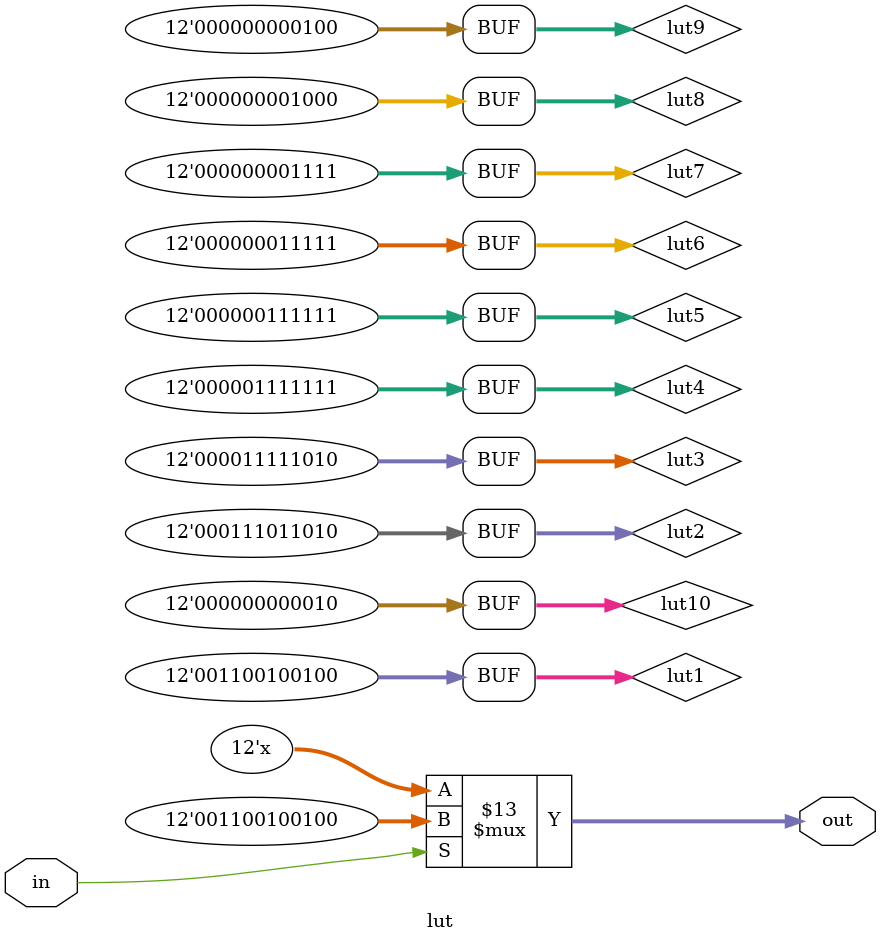
<source format=v>
module lut (
    in,out
);
 input in;

reg[11:0] lut1=12'b00_1100100100;

reg[11:0] lut2=12'b00_0111011010;

reg[11:0] lut3=12'b00_0011111010;

reg[11:0] lut4=12'b00_0001111111;

reg[11:0] lut5=12'b00_0000111111;

reg[11:0] lut6=12'b00_0000011111;

reg[11:0] lut7=12'b00_0000001111;

reg[11:0] lut8=12'b00_0000001000;

reg[11:0] lut9=12'b00_0000000100;

reg[11:0] lut10=12'b00_0000000010;
output reg [11:0] out;
 always @(in) begin
    case (in)
        4'b0001: begin
            out<=lut1;
        end
        4'b0010: begin
            out<=lut2;
        end
        4'b0011: begin
            out<=lut3;
        end
        4'b0100: begin
            out<=lut4;
        end
        4'b0101: begin
            out<=lut5;
        end
        4'b0110: begin
            out<=lut6;
        end
        4'b0111: begin
            out<=lut7;
        end
        4'b1000: begin
            out<=lut8;
        end
        4'b1001: begin
            out<=lut9;
        end
        4'b1100: begin
            out<=lut10;
        end
        default: begin
            out<=out;
        end
    endcase
 end

endmodule
</source>
